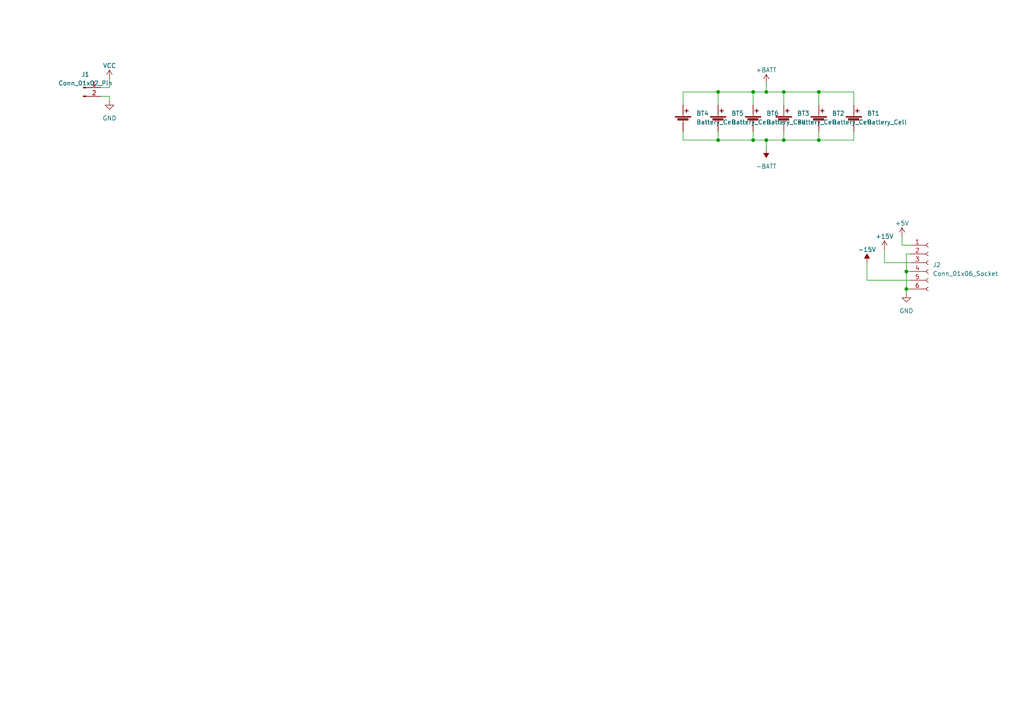
<source format=kicad_sch>
(kicad_sch (version 20230121) (generator eeschema)
  (paper "A4")
  (lib_symbols
    (symbol "Connector:Conn_01x02_Pin" (pin_names (offset 1.016) hide)
      (property "Reference" "J" (at 0 2.54 0))
      (property "Value" "Conn_01x02_Pin" (at 0 -5.08 0))
      (symbol "Conn_01x02_Pin_1_1"
        (polyline (pts (xy 1.27 -2.54) (xy 0.8636 -2.54)) (stroke (width 0.1524)))
        (polyline (pts (xy 1.27 0) (xy 0.8636 0)) (stroke (width 0.1524)))
        (rectangle (start 0.8636 -2.413) (end 0 -2.667) (stroke (width 0.1524)) (fill (type outline)))
        (rectangle (start 0.8636 0.127) (end 0 -0.127) (stroke (width 0.1524)) (fill (type outline)))
        (pin passive line (at 5.08 0 180) (length 3.81) (name "Pin_1") (number "1"))
        (pin passive line (at 5.08 -2.54 180) (length 3.81) (name "Pin_2") (number "2"))
      )
    )
    (symbol "Connector:Conn_01x06_Socket" (pin_names (offset 1.016) hide)
      (property "Reference" "J" (at 0 7.62 0))
      (property "Value" "Conn_01x06_Socket" (at 0 -10.16 0))
      (symbol "Conn_01x06_Socket_1_1"
        (arc (start 0 -7.112) (mid -0.5058 -7.62) (end 0 -8.128) (stroke (width 0.1524)))
        (arc (start 0 -4.572) (mid -0.5058 -5.08) (end 0 -5.588) (stroke (width 0.1524)))
        (arc (start 0 -2.032) (mid -0.5058 -2.54) (end 0 -3.048) (stroke (width 0.1524)))
        (polyline (pts (xy -1.27 -7.62) (xy -0.508 -7.62)) (stroke (width 0.1524)))
        (polyline (pts (xy -1.27 -5.08) (xy -0.508 -5.08)) (stroke (width 0.1524)))
        (polyline (pts (xy -1.27 -2.54) (xy -0.508 -2.54)) (stroke (width 0.1524)))
        (polyline (pts (xy -1.27 0) (xy -0.508 0)) (stroke (width 0.1524)))
        (polyline (pts (xy -1.27 2.54) (xy -0.508 2.54)) (stroke (width 0.1524)))
        (polyline (pts (xy -1.27 5.08) (xy -0.508 5.08)) (stroke (width 0.1524)))
        (arc (start 0 0.508) (mid -0.5058 0) (end 0 -0.508) (stroke (width 0.1524)))
        (arc (start 0 3.048) (mid -0.5058 2.54) (end 0 2.032) (stroke (width 0.1524)))
        (arc (start 0 5.588) (mid -0.5058 5.08) (end 0 4.572) (stroke (width 0.1524)))
        (pin passive line (at -5.08 5.08 0) (length 3.81) (name "Pin_1") (number "1"))
        (pin passive line (at -5.08 2.54 0) (length 3.81) (name "Pin_2") (number "2"))
        (pin passive line (at -5.08 0 0) (length 3.81) (name "Pin_3") (number "3"))
        (pin passive line (at -5.08 -2.54 0) (length 3.81) (name "Pin_4") (number "4"))
        (pin passive line (at -5.08 -5.08 0) (length 3.81) (name "Pin_5") (number "5"))
        (pin passive line (at -5.08 -7.62 0) (length 3.81) (name "Pin_6") (number "6"))
      )
    )
    (symbol "Device:Battery_Cell" (pin_numbers hide) (pin_names (offset 0) hide)
      (property "Reference" "BT" (at 2.54 2.54 0))
      (property "Value" "Battery_Cell" (at 2.54 0 0))
      (symbol "Battery_Cell_0_1"
        (rectangle (start -2.286 1.778) (end 2.286 1.524) (fill (type outline)))
        (rectangle (start -1.5748 1.1938) (end 1.4732 0.6858) (fill (type outline)))
        (polyline (pts (xy 0 0.762) (xy 0 0)))
        (polyline (pts (xy 0 1.778) (xy 0 2.54)))
        (polyline (pts (xy 0.508 3.429) (xy 1.524 3.429)) (stroke (width 0.254)))
        (polyline (pts (xy 1.016 3.937) (xy 1.016 2.921)) (stroke (width 0.254)))
      )
      (symbol "Battery_Cell_1_1"
        (pin passive line (at 0 5.08 270) (length 2.54) (name "+") (number "1"))
        (pin passive line (at 0 -2.54 90) (length 2.54) (name "-") (number "2"))
      )
    )
    (symbol "power:+15V" (power) (pin_names (offset 0))
      (property "Value" "+15V" (at 0 3.556 0))
      (symbol "+15V_0_1"
        (polyline (pts (xy -0.762 1.27) (xy 0 2.54)))
        (polyline (pts (xy 0 0) (xy 0 2.54)))
        (polyline (pts (xy 0 2.54) (xy 0.762 1.27)))
      )
      (symbol "+15V_1_1"
        (pin power_in line (at 0 0 90) (length 0) hide (name "+15V") (number "1"))
      )
    )
    (symbol "power:+5V" (power) (pin_names (offset 0))
      (property "Value" "+5V" (at 0 3.556 0))
      (symbol "+5V_0_1"
        (polyline (pts (xy -0.762 1.27) (xy 0 2.54)))
        (polyline (pts (xy 0 0) (xy 0 2.54)))
        (polyline (pts (xy 0 2.54) (xy 0.762 1.27)))
      )
      (symbol "+5V_1_1"
        (pin power_in line (at 0 0 90) (length 0) hide (name "+5V") (number "1"))
      )
    )
    (symbol "power:+BATT" (power) (pin_names (offset 0))
      (property "Value" "+BATT" (at 0 3.556 0))
      (symbol "+BATT_0_1"
        (polyline (pts (xy -0.762 1.27) (xy 0 2.54)))
        (polyline (pts (xy 0 0) (xy 0 2.54)))
        (polyline (pts (xy 0 2.54) (xy 0.762 1.27)))
      )
      (symbol "+BATT_1_1"
        (pin power_in line (at 0 0 90) (length 0) hide (name "+BATT") (number "1"))
      )
    )
    (symbol "power:-15V" (power) (pin_names (offset 0))
      (property "Value" "-15V" (at 0 3.81 0))
      (symbol "-15V_0_0"
        (pin power_in line (at 0 0 90) (length 0) hide (name "-15V") (number "1"))
      )
      (symbol "-15V_0_1"
        (polyline (pts (xy 0 0) (xy 0 1.27) (xy 0.762 1.27) (xy 0 2.54) (xy -0.762 1.27) (xy 0 1.27)) (fill (type outline)))
      )
    )
    (symbol "power:-BATT" (power) (pin_names (offset 0))
      (property "Value" "-BATT" (at 0 3.556 0))
      (symbol "-BATT_0_1"
        (polyline (pts (xy 0 0) (xy 0 2.54)))
        (polyline (pts (xy 0.762 1.27) (xy -0.762 1.27) (xy 0 2.54) (xy 0.762 1.27)) (fill (type outline)))
      )
      (symbol "-BATT_1_1"
        (pin power_in line (at 0 0 90) (length 0) hide (name "-BATT") (number "1"))
      )
    )
    (symbol "power:GND" (power) (pin_names (offset 0))
      (property "Value" "GND" (at 0 -3.81 0))
      (symbol "GND_0_1"
        (polyline (pts (xy 0 0) (xy 0 -1.27) (xy 1.27 -1.27) (xy 0 -2.54) (xy -1.27 -1.27) (xy 0 -1.27)))
      )
      (symbol "GND_1_1"
        (pin power_in line (at 0 0 270) (length 0) hide (name "GND") (number "1"))
      )
    )
    (symbol "power:VCC" (power) (pin_names (offset 0))
      (property "Value" "VCC" (at 0 3.81 0))
      (symbol "VCC_0_1"
        (polyline (pts (xy -0.762 1.27) (xy 0 2.54)))
        (polyline (pts (xy 0 0) (xy 0 2.54)))
        (polyline (pts (xy 0 2.54) (xy 0.762 1.27)))
      )
      (symbol "VCC_1_1"
        (pin power_in line (at 0 0 90) (length 0) hide (name "VCC") (number "1"))
      )
    )
  )
  (junction (at 218.44 26.67))
  (junction (at 237.49 40.64))
  (junction (at 262.89 83.82))
  (junction (at 222.25 40.64))
  (junction (at 208.28 26.67))
  (junction (at 227.33 26.67))
  (junction (at 208.28 40.64))
  (junction (at 262.89 78.74))
  (junction (at 227.33 40.64))
  (junction (at 222.25 26.67))
  (junction (at 218.44 40.64))
  (junction (at 237.49 26.67))
  (wire (pts (xy 218.44 26.67) (xy 222.25 26.67)))
  (wire (pts (xy 262.89 73.66) (xy 262.89 78.74)))
  (wire (pts (xy 208.28 26.67) (xy 218.44 26.67)))
  (wire (pts (xy 227.33 38.1) (xy 227.33 40.64)))
  (wire (pts (xy 251.46 81.28) (xy 264.16 81.28)))
  (wire (pts (xy 208.28 40.64) (xy 218.44 40.64)))
  (wire (pts (xy 227.33 40.64) (xy 237.49 40.64)))
  (wire (pts (xy 218.44 26.67) (xy 218.44 30.48)))
  (wire (pts (xy 262.89 83.82) (xy 264.16 83.82)))
  (wire (pts (xy 262.89 78.74) (xy 264.16 78.74)))
  (wire (pts (xy 198.12 40.64) (xy 208.28 40.64)))
  (wire (pts (xy 198.12 30.48) (xy 198.12 26.67)))
  (wire (pts (xy 198.12 38.1) (xy 198.12 40.64)))
  (wire (pts (xy 237.49 26.67) (xy 237.49 30.48)))
  (wire (pts (xy 237.49 40.64) (xy 247.65 40.64)))
  (wire (pts (xy 218.44 38.1) (xy 218.44 40.64)))
  (wire (pts (xy 222.25 24.13) (xy 222.25 26.67)))
  (wire (pts (xy 256.54 72.39) (xy 256.54 76.2)))
  (wire (pts (xy 237.49 26.67) (xy 247.65 26.67)))
  (wire (pts (xy 198.12 26.67) (xy 208.28 26.67)))
  (wire (pts (xy 218.44 40.64) (xy 222.25 40.64)))
  (wire (pts (xy 261.62 68.58) (xy 261.62 71.12)))
  (wire (pts (xy 256.54 76.2) (xy 264.16 76.2)))
  (wire (pts (xy 208.28 26.67) (xy 208.28 30.48)))
  (wire (pts (xy 262.89 83.82) (xy 262.89 85.09)))
  (wire (pts (xy 264.16 73.66) (xy 262.89 73.66)))
  (wire (pts (xy 29.21 27.94) (xy 31.75 27.94)))
  (wire (pts (xy 262.89 78.74) (xy 262.89 83.82)))
  (wire (pts (xy 208.28 38.1) (xy 208.28 40.64)))
  (wire (pts (xy 237.49 38.1) (xy 237.49 40.64)))
  (wire (pts (xy 247.65 26.67) (xy 247.65 30.48)))
  (wire (pts (xy 222.25 40.64) (xy 227.33 40.64)))
  (wire (pts (xy 31.75 25.4) (xy 31.75 22.86)))
  (wire (pts (xy 251.46 76.2) (xy 251.46 81.28)))
  (wire (pts (xy 31.75 27.94) (xy 31.75 29.21)))
  (wire (pts (xy 227.33 26.67) (xy 227.33 30.48)))
  (wire (pts (xy 247.65 40.64) (xy 247.65 38.1)))
  (wire (pts (xy 227.33 26.67) (xy 237.49 26.67)))
  (wire (pts (xy 261.62 71.12) (xy 264.16 71.12)))
  (wire (pts (xy 29.21 25.4) (xy 31.75 25.4)))
  (wire (pts (xy 222.25 40.64) (xy 222.25 43.18)))
  (wire (pts (xy 222.25 26.67) (xy 227.33 26.67)))
  (symbol (lib_id "power:+15V") (at 256.54 72.39 0) (unit 1)
    (property "Reference" "#PWR04" (effects hide))
    (property "Value" "+15V" (at 256.54 68.58 0))
  )
  (symbol (lib_id "Connector:Conn_01x06_Socket") (at 269.24 76.2 0) (unit 1)
    (property "Reference" "J2" (at 270.51 76.835 0) (effects (justify left)))
    (property "Value" "Conn_01x06_Socket" (at 270.51 79.375 0) (effects (justify left)))
  )
  (symbol (lib_id "power:GND") (at 31.75 29.21 0) (unit 1)
    (property "Reference" "#PWR01" (effects hide))
    (property "Value" "GND" (at 31.75 34.29 0))
  )
  (symbol (lib_id "Device:Battery_Cell") (at 247.65 35.56 0) (unit 1)
    (property "Reference" "BT1" (at 251.46 32.893 0) (effects (justify left)))
    (property "Value" "Battery_Cell" (at 251.46 35.433 0) (effects (justify left)))
  )
  (symbol (lib_id "power:VCC") (at 31.75 22.86 0) (unit 1)
    (property "Reference" "#PWR08" (effects hide))
    (property "Value" "VCC" (at 31.75 19.05 0))
  )
  (symbol (lib_id "Device:Battery_Cell") (at 237.49 35.56 0) (unit 1)
    (property "Reference" "BT2" (at 241.3 32.893 0) (effects (justify left)))
    (property "Value" "Battery_Cell" (at 241.3 35.433 0) (effects (justify left)))
  )
  (symbol (lib_id "power:-15V") (at 251.46 76.2 0) (unit 1)
    (property "Reference" "#PWR05" (effects hide))
    (property "Value" "-15V" (at 251.46 72.39 0))
  )
  (symbol (lib_id "Device:Battery_Cell") (at 198.12 35.56 0) (unit 1)
    (property "Reference" "BT4" (at 201.93 32.893 0) (effects (justify left)))
    (property "Value" "Battery_Cell" (at 201.93 35.433 0) (effects (justify left)))
  )
  (symbol (lib_id "power:GND") (at 262.89 85.09 0) (unit 1)
    (property "Reference" "#PWR03" (effects hide))
    (property "Value" "GND" (at 262.89 90.17 0))
  )
  (symbol (lib_id "power:-BATT") (at 222.25 43.18 180) (unit 1)
    (property "Reference" "#PWR07" (effects hide))
    (property "Value" "-BATT" (at 222.25 48.26 0))
  )
  (symbol (lib_id "Connector:Conn_01x02_Pin") (at 24.13 25.4 0) (unit 1)
    (property "Reference" "J1" (at 24.765 21.59 0))
    (property "Value" "Conn_01x02_Pin" (at 24.765 24.13 0))
  )
  (symbol (lib_id "Device:Battery_Cell") (at 208.28 35.56 0) (unit 1)
    (property "Reference" "BT5" (at 212.09 32.893 0) (effects (justify left)))
    (property "Value" "Battery_Cell" (at 212.09 35.433 0) (effects (justify left)))
  )
  (symbol (lib_id "power:+BATT") (at 222.25 24.13 0) (unit 1)
    (property "Reference" "#PWR06" (effects hide))
    (property "Value" "+BATT" (at 222.25 20.32 0))
  )
  (symbol (lib_id "power:+5V") (at 261.62 68.58 0) (unit 1)
    (property "Reference" "#PWR02" (effects hide))
    (property "Value" "+5V" (at 261.62 64.77 0))
  )
  (symbol (lib_id "Device:Battery_Cell") (at 227.33 35.56 0) (unit 1)
    (property "Reference" "BT3" (at 231.14 32.893 0) (effects (justify left)))
    (property "Value" "Battery_Cell" (at 231.14 35.433 0) (effects (justify left)))
  )
  (symbol (lib_id "Device:Battery_Cell") (at 218.44 35.56 0) (unit 1)
    (property "Reference" "BT6" (at 222.25 32.893 0) (effects (justify left)))
    (property "Value" "Battery_Cell" (at 222.25 35.433 0) (effects (justify left)))
  )
)
</source>
